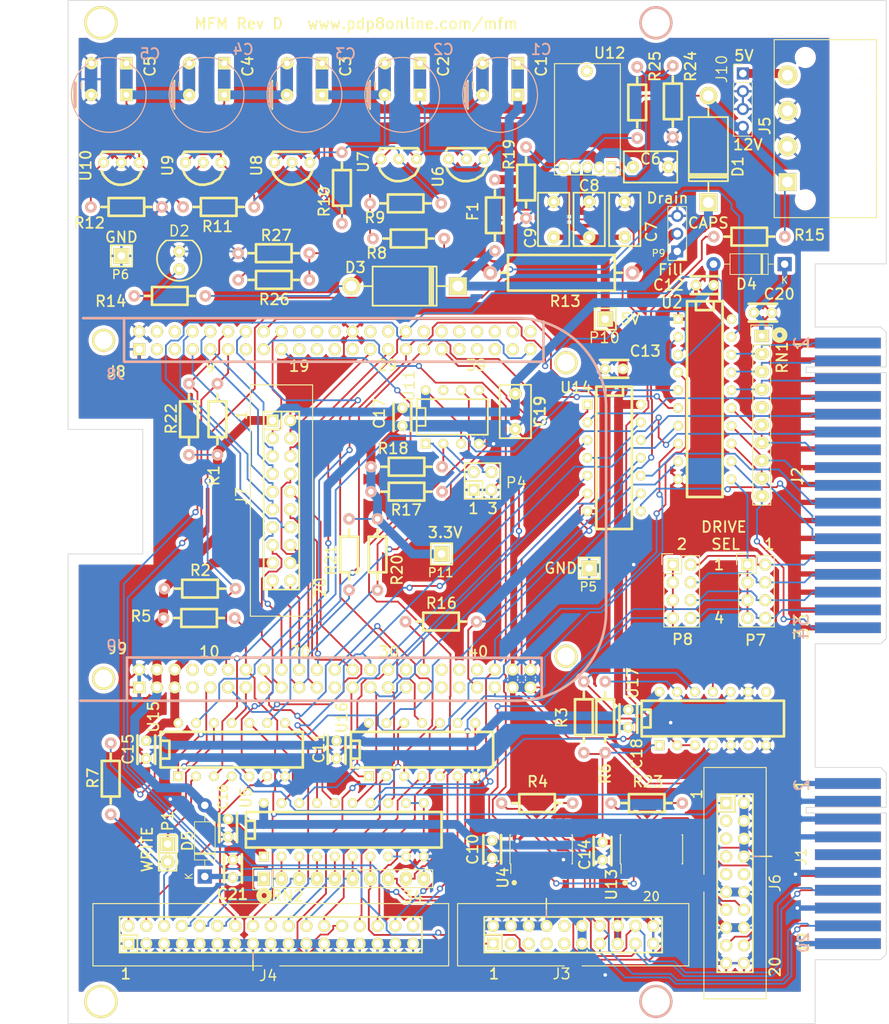
<source format=kicad_pcb>
(kicad_pcb (version 20221018) (generator pcbnew)

  (general
    (thickness 1.6)
  )

  (paper "USLetter")
  (title_block
    (title "MFM Disk Reader and Emulator")
    (date "02 November 2023")
    (rev "D")
    (company "David Gesswein")
  )

  (layers
    (0 "F.Cu" signal)
    (31 "B.Cu" signal)
    (32 "B.Adhes" user "B.Adhesive")
    (33 "F.Adhes" user "F.Adhesive")
    (34 "B.Paste" user)
    (35 "F.Paste" user)
    (36 "B.SilkS" user "B.Silkscreen")
    (37 "F.SilkS" user "F.Silkscreen")
    (38 "B.Mask" user)
    (39 "F.Mask" user)
    (40 "Dwgs.User" user "User.Drawings")
    (41 "Cmts.User" user "User.Comments")
    (42 "Eco1.User" user "User.Eco1")
    (43 "Eco2.User" user "User.Eco2")
    (44 "Edge.Cuts" user)
  )

  (setup
    (pad_to_mask_clearance 0.1016)
    (solder_mask_min_width 0.0762)
    (grid_origin 97.155 15.24)
    (pcbplotparams
      (layerselection 0x00010f8_ffffffff)
      (plot_on_all_layers_selection 0x0000000_00000000)
      (disableapertmacros false)
      (usegerberextensions true)
      (usegerberattributes true)
      (usegerberadvancedattributes true)
      (creategerberjobfile true)
      (dashed_line_dash_ratio 12.000000)
      (dashed_line_gap_ratio 3.000000)
      (svgprecision 4)
      (plotframeref false)
      (viasonmask false)
      (mode 1)
      (useauxorigin false)
      (hpglpennumber 1)
      (hpglpenspeed 20)
      (hpglpendiameter 15.000000)
      (dxfpolygonmode true)
      (dxfimperialunits true)
      (dxfusepcbnewfont true)
      (psnegative false)
      (psa4output false)
      (plotreference true)
      (plotvalue false)
      (plotinvisibletext false)
      (sketchpadsonfab false)
      (subtractmaskfromsilk true)
      (outputformat 1)
      (mirror false)
      (drillshape 0)
      (scaleselection 1)
      (outputdirectory "gerber/")
    )
  )

  (net 0 "")
  (net 1 "+5V")
  (net 2 "/emu/DIR_IN")
  (net 3 "/emu/E_DIR_IN")
  (net 4 "/emu/E_HEAD0")
  (net 5 "/emu/E_HEAD1")
  (net 6 "/emu/E_HEAD2")
  (net 7 "/emu/E_HEAD3")
  (net 8 "/emu/E_SEL1")
  (net 9 "/emu/E_SEL2")
  (net 10 "/emu/E_SEL3")
  (net 11 "/emu/E_SEL4")
  (net 12 "/emu/E_STEP")
  (net 13 "/emu/E_WRITE")
  (net 14 "/emu/HEAD0")
  (net 15 "/emu/HEAD1")
  (net 16 "/emu/HEAD2")
  (net 17 "/emu/HEAD3")
  (net 18 "/emu/INDEX")
  (net 19 "/emu/READY")
  (net 20 "/emu/RECOVERY")
  (net 21 "/emu/SEEK_DONE")
  (net 22 "/emu/SEL1")
  (net 23 "/emu/SEL3")
  (net 24 "/emu/SEL4")
  (net 25 "/emu/SELECTED")
  (net 26 "/emu/STEP")
  (net 27 "/emu/TRACK0")
  (net 28 "/emu/WFAULT")
  (net 29 "/emu/WRITE")
  (net 30 "/emu/~{EMU_EN}")
  (net 31 "/emu/~{MFM0_IN}")
  (net 32 "/emu/~{MFM_READ_EN}")
  (net 33 "AGND")
  (net 34 "GND")
  (net 35 "Net-(D3-A)")
  (net 36 "Net-(U6-A)")
  (net 37 "Net-(U7-A)")
  (net 38 "Net-(U8-A)")
  (net 39 "Net-(U10-K)")
  (net 40 "Net-(U12-VIN)")
  (net 41 "Net-(D4-K)")
  (net 42 "Net-(D5-K)")
  (net 43 "Net-(D1-A)")
  (net 44 "Net-(D1-K)")
  (net 45 "Net-(D2-A)")
  (net 46 "Net-(J1-Drive_Selected)")
  (net 47 "unconnected-(J1-Pad3)")
  (net 48 "unconnected-(J1-Pad5)")
  (net 49 "unconnected-(J1-Pad7)")
  (net 50 "unconnected-(J1-Pad9)")
  (net 51 "unconnected-(J1-Pad10)")
  (net 52 "Net-(J1-MFM_Write+)")
  (net 53 "Net-(J1-MFM_Write-)")
  (net 54 "Net-(J1-MFM_Read+)")
  (net 55 "Net-(J1-MFM_Read-)")
  (net 56 "Net-(J2-Seek_Complete)")
  (net 57 "Net-(J2-Track_0)")
  (net 58 "Net-(J2-Write_Fault)")
  (net 59 "unconnected-(J2-Recovery-Pad16)")
  (net 60 "Net-(J2-Index)")
  (net 61 "Net-(J2-Ready)")
  (net 62 "Net-(J3-Drive_Selected)")
  (net 63 "unconnected-(J3-Pad3)")
  (net 64 "unconnected-(J3-Pad5)")
  (net 65 "unconnected-(J3-Pad7)")
  (net 66 "unconnected-(J3-Pad9)")
  (net 67 "unconnected-(J3-Pad10)")
  (net 68 "Net-(J4-Head_3{slash}REDWR)")
  (net 69 "Net-(J4-Head_2)")
  (net 70 "Net-(J4-Write_gate)")
  (net 71 "Net-(J4-Seek_Complete)")
  (net 72 "Net-(J4-Track_0)")
  (net 73 "Net-(J4-Write_Fault)")
  (net 74 "Net-(J4-Head_0)")
  (net 75 "Net-(J4-Head_1)")
  (net 76 "Net-(J4-Index)")
  (net 77 "Net-(J4-Ready)")
  (net 78 "Net-(J4-Step)")
  (net 79 "Net-(J4-Drive_Select_1)")
  (net 80 "Net-(J4-Drive_Select_2)")
  (net 81 "Net-(J4-Drive_Select_3)")
  (net 82 "Net-(J4-Drive_Select_4)")
  (net 83 "RECOVERY_DRIVE2_SEL")
  (net 84 "V12_ADC")
  (net 85 "Net-(J4-Direction_In)")
  (net 86 "/emu/INT_SEL1")
  (net 87 "INT_SEL2")
  (net 88 "Net-(J10-Pin_1)")
  (net 89 "+3V3")
  (net 90 "SEL2")
  (net 91 "unconnected-(J6-Pad3)")
  (net 92 "unconnected-(J6-Pad5)")
  (net 93 "unconnected-(J6-Pad7)")
  (net 94 "POWER_BUTTON")
  (net 95 "unconnected-(J6-Pad9)")
  (net 96 "unconnected-(J6-Pad10)")
  (net 97 "Net-(J6-MFM_Write+)")
  (net 98 "Net-(J6-MFM_Write-)")
  (net 99 "Net-(J6-MFM_Read+)")
  (net 100 "Net-(J6-MFM_Read-)")
  (net 101 "unconnected-(MH1-P1-Pad1)")
  (net 102 "unconnected-(MH2-P1-Pad1)")
  (net 103 "unconnected-(MH3-P1-Pad1)")
  (net 104 "unconnected-(MH4-P1-Pad1)")
  (net 105 "Net-(U15A-O)")
  (net 106 "Net-(U11-A0)")
  (net 107 "Net-(U11-A1)")
  (net 108 "Net-(P9-P2)")
  (net 109 "Net-(U17E-O)")
  (net 110 "Net-(U12-Trim)")
  (net 111 "Net-(U12-Enable)")
  (net 112 "Net-(U17A-O)")
  (net 113 "unconnected-(RN1-Pad5)")
  (net 114 "unconnected-(RN1-Pad6)")
  (net 115 "Net-(U5-A6)")
  (net 116 "unconnected-(U1C-SYS_5V-PadC7)")
  (net 117 "unconnected-(U1D-SYS_5V-PadC8)")
  (net 118 "unconnected-(U1D-SYS_RESETn-PadC10)")
  (net 119 "unconnected-(U1C-GPIO1_16-PadC15)")
  (net 120 "unconnected-(U1C-GPIO1_17-PadC23)")
  (net 121 "unconnected-(U1D-VDD_ADC-PadC32)")
  (net 122 "unconnected-(U1C-AIN4-PadC33)")
  (net 123 "unconnected-(U1C-AIN6-PadC35)")
  (net 124 "unconnected-(U1D-AIN5-PadC36)")
  (net 125 "unconnected-(U1C-AIN2-PadC37)")
  (net 126 "unconnected-(U1D-AIN3-PadC38)")
  (net 127 "unconnected-(U1D-AIN1-PadC40)")
  (net 128 "unconnected-(U1A-GPIO1_6-PadB3)")
  (net 129 "unconnected-(U1B-GPIO1_7-PadB4)")
  (net 130 "unconnected-(U1A-GPIO1_2-PadB5)")
  (net 131 "unconnected-(U1B-GPIO1_3-PadB6)")
  (net 132 "unconnected-(U1A-EHRPWM2B-PadB13)")
  (net 133 "unconnected-(U1A-EHRPWM2A-PadB19)")
  (net 134 "unconnected-(U1B-GPIO1_31-PadB20)")
  (net 135 "unconnected-(U1A-GPIO1_30-PadB21)")
  (net 136 "unconnected-(U1B-GPIO1_5-PadB22)")
  (net 137 "unconnected-(U1A-GPIO1_4-PadB23)")
  (net 138 "unconnected-(U1B-GPIO1_1-PadB24)")
  (net 139 "unconnected-(U1A-GPIO1_29-PadB25)")
  (net 140 "unconnected-(U1B-GPIO2_24-PadB28)")
  (net 141 "unconnected-(U1B-GPIO2_25-PadB30)")
  (net 142 "unconnected-(U1B-UART3_RTSN-PadB34)")
  (net 143 "unconnected-(U1B-UART3_CTSN-PadB36)")
  (net 144 "unconnected-(U1A-UART5_TXD-PadB37)")
  (net 145 "unconnected-(U1B-UART5_RXD-PadB38)")
  (net 146 "unconnected-(U1A-GPIO2_12-PadB39)")
  (net 147 "unconnected-(U1B-GPIO2_13-PadB40)")
  (net 148 "unconnected-(U1A-GPIO2_10-PadB41)")
  (net 149 "unconnected-(U1B-GPIO2_11-PadB42)")
  (net 150 "unconnected-(U1A-GPIO2_8-PadB43)")
  (net 151 "unconnected-(U1B-GPIO2_9-PadB44)")
  (net 152 "unconnected-(U1B-GPIO2_7-PadB46)")
  (net 153 "unconnected-(U4-NC1-Pad1)")
  (net 154 "unconnected-(U4-NC2-Pad8)")
  (net 155 "unconnected-(U11-WP-Pad7)")
  (net 156 "unconnected-(U12-NC-Pad6)")
  (net 157 "unconnected-(U13-NC1-Pad1)")
  (net 158 "unconnected-(U13-NC2-Pad8)")
  (net 159 "unconnected-(U17C-O-Pad6)")
  (net 160 "unconnected-(U17D-O-Pad8)")
  (net 161 "EXPANSION5")
  (net 162 "EXPANSION0")
  (net 163 "EXPANSION9")
  (net 164 "EXPANSION1")
  (net 165 "EXPANSION8")
  (net 166 "EXPANSION3")
  (net 167 "EXPANSION6")
  (net 168 "EXPANSION13")
  (net 169 "EXPANSION7")
  (net 170 "EXPANSION2")
  (net 171 "EXPANSION11")
  (net 172 "EXPANSION10")
  (net 173 "EXPANSION12")
  (net 174 "EXPANSION4")
  (net 175 "I2C2_SCL")
  (net 176 "I2C2_SDA")
  (net 177 "~{MFM1_IN}")
  (net 178 "MFM_DATA")

  (footprint "all_fp:Pin_Header_Straight_2x10" (layer "F.Cu") (at 212.725 140.97 -90))

  (footprint "all_fp:CP_8x21mm" (layer "F.Cu") (at 137.287 28.448 90))

  (footprint "all_fp:CP_8x21mm" (layer "F.Cu") (at 151.257 28.448 90))

  (footprint "all_fp:CP_8x21mm" (layer "F.Cu") (at 179.197 28.448 90))

  (footprint "Sockets_DIP:DIP-8__300" (layer "F.Cu") (at 172.339 74.422))

  (footprint "all_fp:Resistor_Horizontal_RM10mm" (layer "F.Cu") (at 200.025 129.54))

  (footprint "all_fp:Resistor_Horizontal_RM10mm" (layer "F.Cu") (at 134.747 74.676 -90))

  (footprint "all_fp:Resistor_Horizontal_RM10mm" (layer "F.Cu") (at 157.607 93.98 -90))

  (footprint "all_fp:Resistor_Horizontal_RM10mm" (layer "F.Cu") (at 165.735 85.09))

  (footprint "all_fp:Resistor_Horizontal_RM10mm" (layer "F.Cu") (at 214.68 48.69))

  (footprint "all_fp:Resistor_Horizontal_RM10mm" (layer "F.Cu") (at 132.08 57.15 180))

  (footprint "Resistors_ThroughHole:Resistor_Horizontal_RM20mm" (layer "F.Cu") (at 188.087 53.848 180))

  (footprint "all_fp:Resistor_Horizontal_RM10mm" (layer "F.Cu") (at 125.73 44.45))

  (footprint "all_fp:Resistor_Horizontal_RM10mm" (layer "F.Cu") (at 123.571 125.984 -90))

  (footprint "all_fp:Resistor_Horizontal_RM10mm" (layer "F.Cu") (at 138.811 74.676 -90))

  (footprint "Pin_Headers:Pin_Header_Straight_1x02" (layer "F.Cu") (at 131.699 136.652 -90))

  (footprint "Sockets_DIP:DIP-14__300" (layer "F.Cu") (at 195.453 80.264 -90))

  (footprint "Diodes_ThroughHole:Diode_DO-201AD_Horizontal_RM15" (layer "F.Cu") (at 165.544 55.753))

  (footprint "Diodes_ThroughHole:Diode_DO-201AD_Horizontal_RM15" (layer "F.Cu") (at 208.915 36.195 -90))

  (footprint "all_fp:cnp_7x4.5mm" (layer "F.Cu") (at 186.817 46.228 90))

  (footprint "all_fp:cnp_7x4.5mm" (layer "F.Cu") (at 191.897 46.228 90))

  (footprint "all_fp:cnp_7x4.5mm" (layer "F.Cu") (at 196.977 46.228 90))

  (footprint "all_fp:cnp_7x4.5mm" (layer "F.Cu") (at 200.66 38.735))

  (footprint "all_fp:Resistor_Horizontal_RM10mm" (layer "F.Cu") (at 136.271 103.124 180))

  (footprint "all_fp:Resistor_Horizontal_RM10mm" (layer "F.Cu") (at 161.671 93.98 -90))

  (footprint "all_fp:BEAGLEBONEBLACK" (layer "F.Cu") (at 151.13 87.63 180))

  (footprint "all_fp:Resistor_Horizontal_RM10mm" (layer "F.Cu") (at 136.398 98.933 180))

  (footprint "all_fp:CP_8x21mm" (layer "F.Cu") (at 123.317 28.448 90))

  (footprint "all_fp:CP_8x21mm" (layer "F.Cu") (at 165.227 28.448 90))

  (footprint "LEDs:LED-5MM" (layer "F.Cu") (at 133.35 52.07 90))

  (footprint "all_fp:Resistor_Horizontal_RM10mm" (layer "F.Cu") (at 182.88 40.894 -90))

  (footprint "all_fp:screw-6-32" (layer "F.Cu") (at 111.887 18.415))

  (footprint "all_fp:Pin_Header_Straight_2x10" (layer "F.Cu") (at 147.955 86.36 -90))

  (footprint "all_fp:Resistor_Horizontal_RM10mm" (layer "F.Cu") (at 165.608 43.942))

  (footprint "all_fp:Pin_Header_Straight_1x01" (layer "F.Cu") (at 125.095 51.435))

  (footprint "all_fp:Pin_Header_Straight_1x01" (layer "F.Cu") (at 191.897 96.012))

  (footprint "all_fp:Capacitor4x3RM2-5_RevB" (layer "F.Cu") (at 178.054 136.144 -90))

  (footprint "all_fp:Capacitor4x3RM2-5_RevB" (layer "F.Cu") (at 208.407 55.626 180))

  (footprint "all_fp:Capacitor4x3RM2-5_RevB" (layer "F.Cu") (at 195.453 67.564 180))

  (footprint "all_fp:Capacitor4x3RM2-5_RevB" (layer "F.Cu") (at 193.802 136.398 -90))

  (footprint "all_fp:Capacitor4x3RM2-5_RevB" (layer "F.Cu") (at 140.335 133.096 -90))

  (footprint "all_fp:Capacitor4x3RM2-5_RevB" (layer "F.Cu") (at 165.227 74.422 -90))

  (footprint "all_fp:Capacitor4x3RM2-5_RevB" (layer "F.Cu") (at 197.485 117.475 -90))

  (footprint "all_fp:Resistor_Horizontal_RM10mm" (layer "F.Cu") (at 178.435 45.72 90))

  (footprint "all_fp:TO-92-Free-inline-wide" (layer "F.Cu") (at 174.371 37.592 -90))

  (footprint "all_fp:TO-92-Free-inline-wide" (layer "F.Cu") (at 125.095 38.1 -90))

  (footprint "all_fp:TO-92-Free-inline-wide" (layer "F.Cu") (at 149.479 38.1 -90))

  (footprint "all_fp:TO-92-Free-inline-wide" (layer "F.Cu") (at 164.719 37.592 -90))

  (footprint "all_fp:TO-92-Free-inline-wide" (layer "F.Cu") (at 136.779 38.1 -90))

  (footprint "all_fp:screw-6-32" (layer "F.Cu") (at 111.887 158.115))

  (footprint "all_fp:Resistor_Horizontal_RM10mm" (layer "F.Cu") (at 170.815 103.632 180))

  (footprint "all_fp:Capacitor4x3RM2-5_RevB" (layer "F.Cu") (at 155.829 121.92 -90))

  (footprint "Sockets_DIP:DIP-14__300" (layer "F.Cu") (at 168.021 121.92))

  (footprint "all_fp:Pin_Header_Straight_2x10" (layer "F.Cu") (at 189.611 148.336))

  (footprint "Sockets_DIP:DIP-14__300" (layer "F.Cu")
    (tstamp 00000000-0000-0000-0000-00005376b71f)
    (at 140.843 121.92)
    (descr "14 pins DIL package, round pads")
    (tags "DIL")
    (property "Sheetfile" "emu.kicad_sch")
    (property "Sheetname" "emu")
    (path "/00000000-0000-0000-0000-000053041a1b/00000000-0000-0000-0000-000052fd6cf8")
    (attr through_hole)
    (fp_text reference "U15" (at -11.176 -4.699 90) (layer "F.SilkS")
        (effects (font (size 1.524 1.524) (thickness 0.254)))
      (tstamp 071c284b-32fb-4903-95c0-c4d51ac21bcc)
    )
    (fp_text value "74ACT05" (at 1.27 1.27) (layer "F.SilkS") hide
        (effects (font (size 1.524 1.143) (thickness 0.28575)))
      (tstamp c2626b16-0128-4e4a-90f8-b5f3ce694132)
    )
    (fp_line (start -10.16 -2.54) (end 10.16 -2.54)
      (stroke (width 0.381) (type solid)) (layer "F.SilkS") (tstamp 6df7e7a8-136c-4e76-82ba-ea486c2fd503))
    (fp_line (start -10.16 -1.27) (end -8.89 -1.27)
      (stroke (width 0.381) (type solid)) (layer "F.SilkS") (tstamp beb4266e-8bc7-4e21-90ad-234e106a5295))
    (fp_line (start -10.16 2.54) (end -10.16 -2.54)
      (stroke (width 0.381) (type solid)) (layer "F.SilkS") (tstamp 6558d51f-129d-4f3f-8081-2010caace002))
    (fp_line (start -8.89 -1.27) (end -8.89 1.27)
      (stroke (width 0.381) (type solid)) (layer "F.SilkS") (tstamp debd0b23-17e3-40b5-b454-7fdff89004e9))
    (fp_line (start -8.89 1.27) (end -10.16 1.27)
      (stroke (width 0.381) (type solid)) (layer "F.SilkS") (tstamp bf318a3a-c375-4e04-ba05-9c67763be9fe))
    (fp_line (start 10.16 -2.54) (end 10.16 2.54)
      (stroke (width 0.381) (type solid)) (layer "F.SilkS") (tstamp 4bf13bed-a4bd-4591-9d62-2587ecaeb081))
    (fp_line (start 10.16 2.54) (end -10.16 2.54)
      (stroke (width 0.381) (type solid)) (layer "F.SilkS") (tstamp 199640bb-6bf3-41d2-94a6-e79603040a0e))
    (pad "1" thru_hole rect (at -7.62 3.81) (size 1.397 1.397) (drill 0.8128) (layers "*.Cu" "*.Mask" "F.SilkS")
      (net 29 "/emu/WRITE") (pinfunction "I") (pintype "input") (tstamp 7391ab21-0de2-4613-8a1c-388dd72e4a5d))
    (pad "2" thru_hole circle (at -5.08 3.81) (size 1.397 1.397) (drill 0.8128) (layers "*.Cu" "*.Mask" "F.SilkS")
      (net 105 "Net-(U15A-O)") (pinfunction "O") (pintype "open_collector") (tstamp 4af32413-d5c7-40d5-8b74-ea71241dd7b6))
    (pad "3" thru_hole circle (at -2.54 3.81) (size 1.397 1.397) (drill 0.8128) (layers "*.Cu" "*.Mask" "F.SilkS")
      (net 16 "/emu/HEAD2") (pinfunction "I") (pintype "input") (tstamp c2a130af-6ea9-4142-916e-1bb5170929e9))
    (pad "4" thru_hole circle (at 0 3.81) (size 1.397 1.397) (drill 0.8128) (layers "*.Cu" "*.Mask" "F.SilkS")
      (net 69 "Net-(J4-Head_2)") (pinfunction "O") (pintype "open_collector") (tstamp 09a369af-ebf0-4a03-b8f3-c47c64340eba))
    (pad "5" thru_hole circle (at 2.54 3.81) (size
... [1617110 chars truncated]
</source>
